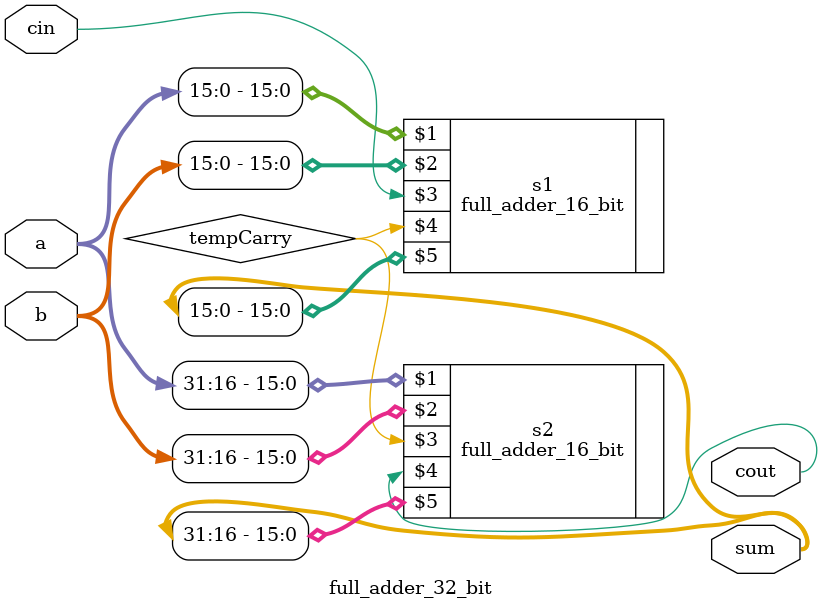
<source format=v>
`timescale 1ns / 1ps
module full_adder_32_bit (a, b, cin, cout, sum);
    input[31:0] a, b;           // two 32 bits inputs a and b
    input cin;                  // single bit input cin
    output [31:0] sum;          // 32 bit output sum
    output cout;                // single bit output coput
    wire tempCarry;             // single bit to hold temporary carry

// construction of a 32 bit adder using two 16 bit adders
    full_adder_16_bit s1(a[15:0], b[15:0], cin, tempCarry, sum[15:0]);        // addition of 16 bits a[15:0] and b[15:0] using a 16-bit adder and saving of carry in tempCarry
    full_adder_16_bit s2(a[31:16], b[31:16], tempCarry, cout, sum[31:16]);    // addition of 16 bits a[31:16] and b[31:16] using a 16-bit adder and saving of carry in tempCarry

endmodule
</source>
